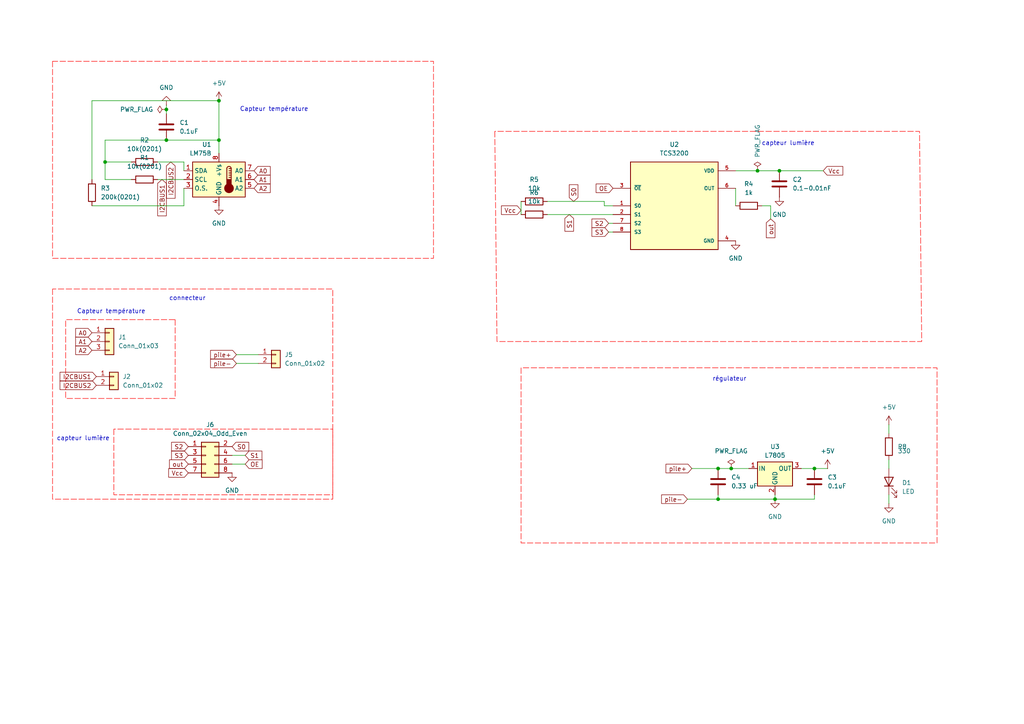
<source format=kicad_sch>
(kicad_sch (version 20250114) (generator "eeschema") (generator_version "9.0")
  (paper "A4")
  (lib_symbols
    (symbol "Connector_Generic:Conn_01x02" (pin_names (offset 1.016) (hide yes))
      (property "Reference" "J" (at 0 2.54 0))
      (property "Value" "Conn_01x02" (at 0 -5.08 0))
      (symbol "Conn_01x02_1_1"
        (rectangle (start -1.27 1.27) (end 1.27 -3.81) (stroke (width 0.254)) (fill (type background)))
        (rectangle (start -1.27 0.127) (end 0 -0.127) (stroke (width 0.1524)))
        (rectangle (start -1.27 -2.413) (end 0 -2.667) (stroke (width 0.1524)))
        (pin passive line (at -5.08 0 0) (length 3.81) (name "Pin_1") (number "1"))
        (pin passive line (at -5.08 -2.54 0) (length 3.81) (name "Pin_2") (number "2"))
      )
    )
    (symbol "Connector_Generic:Conn_01x03" (pin_names (offset 1.016) (hide yes))
      (property "Reference" "J" (at 0 5.08 0))
      (property "Value" "Conn_01x03" (at 0 -5.08 0))
      (symbol "Conn_01x03_1_1"
        (rectangle (start -1.27 3.81) (end 1.27 -3.81) (stroke (width 0.254)) (fill (type background)))
        (rectangle (start -1.27 2.667) (end 0 2.413) (stroke (width 0.1524)))
        (rectangle (start -1.27 0.127) (end 0 -0.127) (stroke (width 0.1524)))
        (rectangle (start -1.27 -2.413) (end 0 -2.667) (stroke (width 0.1524)))
        (pin passive line (at -5.08 2.54 0) (length 3.81) (name "Pin_1") (number "1"))
        (pin passive line (at -5.08 0 0) (length 3.81) (name "Pin_2") (number "2"))
        (pin passive line (at -5.08 -2.54 0) (length 3.81) (name "Pin_3") (number "3"))
      )
    )
    (symbol "Connector_Generic:Conn_02x04_Odd_Even" (pin_names (offset 1.016) (hide yes))
      (property "Reference" "J" (at 1.27 5.08 0))
      (property "Value" "Conn_02x04_Odd_Even" (at 1.27 -7.62 0))
      (symbol "Conn_02x04_Odd_Even_1_1"
        (rectangle (start -1.27 3.81) (end 3.81 -6.35) (stroke (width 0.254)) (fill (type background)))
        (rectangle (start -1.27 2.667) (end 0 2.413) (stroke (width 0.1524)))
        (rectangle (start -1.27 0.127) (end 0 -0.127) (stroke (width 0.1524)))
        (rectangle (start -1.27 -2.413) (end 0 -2.667) (stroke (width 0.1524)))
        (rectangle (start -1.27 -4.953) (end 0 -5.207) (stroke (width 0.1524)))
        (rectangle (start 3.81 2.667) (end 2.54 2.413) (stroke (width 0.1524)))
        (rectangle (start 3.81 0.127) (end 2.54 -0.127) (stroke (width 0.1524)))
        (rectangle (start 3.81 -2.413) (end 2.54 -2.667) (stroke (width 0.1524)))
        (rectangle (start 3.81 -4.953) (end 2.54 -5.207) (stroke (width 0.1524)))
        (pin passive line (at -5.08 2.54 0) (length 3.81) (name "Pin_1") (number "1"))
        (pin passive line (at -5.08 0 0) (length 3.81) (name "Pin_3") (number "3"))
        (pin passive line (at -5.08 -2.54 0) (length 3.81) (name "Pin_5") (number "5"))
        (pin passive line (at -5.08 -5.08 0) (length 3.81) (name "Pin_7") (number "7"))
        (pin passive line (at 7.62 2.54 180) (length 3.81) (name "Pin_2") (number "2"))
        (pin passive line (at 7.62 0 180) (length 3.81) (name "Pin_4") (number "4"))
        (pin passive line (at 7.62 -2.54 180) (length 3.81) (name "Pin_6") (number "6"))
        (pin passive line (at 7.62 -5.08 180) (length 3.81) (name "Pin_8") (number "8"))
      )
    )
    (symbol "Device:C" (pin_numbers (hide yes)) (pin_names (offset 0.254))
      (property "Reference" "C" (at 0.635 2.54 0))
      (property "Value" "C" (at 0.635 -2.54 0))
      (symbol "C_0_1"
        (polyline (pts (xy -2.032 0.762) (xy 2.032 0.762)) (stroke (width 0.508)))
        (polyline (pts (xy -2.032 -0.762) (xy 2.032 -0.762)) (stroke (width 0.508)))
      )
      (symbol "C_1_1"
        (pin passive line (at 0 3.81 270) (length 2.794) (name "~") (number "1"))
        (pin passive line (at 0 -3.81 90) (length 2.794) (name "~") (number "2"))
      )
    )
    (symbol "Device:LED" (pin_numbers (hide yes)) (pin_names (offset 1.016) (hide yes))
      (property "Reference" "D" (at 0 2.54 0))
      (property "Value" "LED" (at 0 -2.54 0))
      (symbol "LED_0_1"
        (polyline (pts (xy -3.048 -0.762) (xy -4.572 -2.286) (xy -3.81 -2.286) (xy -4.572 -2.286) (xy -4.572 -1.524)))
        (polyline (pts (xy -1.778 -0.762) (xy -3.302 -2.286) (xy -2.54 -2.286) (xy -3.302 -2.286) (xy -3.302 -1.524)))
        (polyline (pts (xy -1.27 0) (xy 1.27 0)))
        (polyline (pts (xy -1.27 -1.27) (xy -1.27 1.27)) (stroke (width 0.254)))
        (polyline (pts (xy 1.27 -1.27) (xy 1.27 1.27) (xy -1.27 0) (xy 1.27 -1.27)) (stroke (width 0.254)))
      )
      (symbol "LED_1_1"
        (pin passive line (at -3.81 0 0) (length 2.54) (name "K") (number "1"))
        (pin passive line (at 3.81 0 180) (length 2.54) (name "A") (number "2"))
      )
    )
    (symbol "Device:R" (pin_numbers (hide yes)) (pin_names (offset 0))
      (property "Reference" "R" (at 2.032 0 90))
      (property "Value" "R" (at 0 0 90))
      (symbol "R_0_1"
        (rectangle (start -1.016 -2.54) (end 1.016 2.54) (stroke (width 0.254)))
      )
      (symbol "R_1_1"
        (pin passive line (at 0 3.81 270) (length 1.27) (name "~") (number "1"))
        (pin passive line (at 0 -3.81 90) (length 1.27) (name "~") (number "2"))
      )
    )
    (symbol "Regulator_Linear:L7805" (pin_names (offset 0.254))
      (property "Reference" "U" (at -3.81 3.175 0))
      (property "Value" "L7805" (at 0 3.175 0))
      (symbol "L7805_0_1"
        (rectangle (start -5.08 1.905) (end 5.08 -5.08) (stroke (width 0.254)) (fill (type background)))
      )
      (symbol "L7805_1_1"
        (pin power_in line (at -7.62 0 0) (length 2.54) (name "IN") (number "1"))
        (pin power_in line (at 0 -7.62 90) (length 2.54) (name "GND") (number "2"))
        (pin power_out line (at 7.62 0 180) (length 2.54) (name "OUT") (number "3"))
      )
    )
    (symbol "Sensor_Temperature:LM75B"
      (property "Reference" "U" (at -6.35 11.43 0))
      (property "Value" "LM75B" (at 0 11.43 0))
      (symbol "LM75B_0_1"
        (rectangle (start -7.62 5.08) (end 7.62 -5.08) (stroke (width 0.254)) (fill (type background)))
        (polyline (pts (xy -3.556 3.175) (xy -3.556 0)) (stroke (width 0.254)))
        (polyline (pts (xy -3.556 3.175) (xy -2.921 3.175)) (stroke (width 0.254)))
        (polyline (pts (xy -3.556 2.54) (xy -2.921 2.54)) (stroke (width 0.254)))
        (polyline (pts (xy -3.556 1.905) (xy -2.921 1.905)) (stroke (width 0.254)))
        (polyline (pts (xy -3.556 1.27) (xy -2.921 1.27)) (stroke (width 0.254)))
        (polyline (pts (xy -3.556 0.635) (xy -2.921 0.635)) (stroke (width 0.254)))
        (rectangle (start -3.556 0) (end -2.286 -1.905) (stroke (width 0.254)) (fill (type outline)))
        (arc (start -3.556 3.175) (mid -2.921 3.8073) (end -2.286 3.175) (stroke (width 0.254)))
        (circle (center -2.921 -2.54) (radius 1.27) (stroke (width 0.254)) (fill (type outline)))
        (polyline (pts (xy -2.286 3.175) (xy -2.286 0)) (stroke (width 0.254)))
      )
      (symbol "LM75B_1_1"
        (pin input line (at -10.16 2.54 0) (length 2.54) (name "A0") (number "7"))
        (pin input line (at -10.16 0 0) (length 2.54) (name "A1") (number "6"))
        (pin input line (at -10.16 -2.54 0) (length 2.54) (name "A2") (number "5"))
        (pin power_in line (at 0 7.62 270) (length 2.54) (name "+Vs") (number "8"))
        (pin power_in line (at 0 -7.62 90) (length 2.54) (name "GND") (number "4"))
        (pin bidirectional line (at 10.16 2.54 180) (length 2.54) (name "SDA") (number "1"))
        (pin input line (at 10.16 0 180) (length 2.54) (name "SCL") (number "2"))
        (pin open_collector line (at 10.16 -2.54 180) (length 2.54) (name "O.S.") (number "3"))
      )
    )
    (symbol "TCS3200:TCS3200" (pin_names (offset 1.016))
      (property "Reference" "U" (at -12.7 13.7 0))
      (property "Value" "TCS3200" (at -12.7 -15.24 0))
      (symbol "TCS3200_0_0"
        (rectangle (start -12.7 -12.7) (end 12.7 12.7) (stroke (width 0.254)) (fill (type background)))
        (pin input line (at -17.78 5.08 0) (length 5.08) (name "~{OE}") (number "3"))
        (pin input line (at -17.78 0 0) (length 5.08) (name "S0") (number "1"))
        (pin input line (at -17.78 -2.54 0) (length 5.08) (name "S1") (number "2"))
        (pin input line (at -17.78 -5.08 0) (length 5.08) (name "S2") (number "7"))
        (pin input line (at -17.78 -7.62 0) (length 5.08) (name "S3") (number "8"))
        (pin power_in line (at 17.78 10.16 180) (length 5.08) (name "VDD") (number "5"))
        (pin output line (at 17.78 5.08 180) (length 5.08) (name "OUT") (number "6"))
        (pin power_in line (at 17.78 -10.16 180) (length 5.08) (name "GND") (number "4"))
      )
    )
    (symbol "power:+5V" (power) (pin_numbers (hide yes)) (pin_names (offset 0) (hide yes))
      (property "Value" "+5V" (at 0 3.556 0))
      (symbol "+5V_0_1"
        (polyline (pts (xy -0.762 1.27) (xy 0 2.54)))
        (polyline (pts (xy 0 2.54) (xy 0.762 1.27)))
        (polyline (pts (xy 0 0) (xy 0 2.54)))
      )
      (symbol "+5V_1_1"
        (pin power_in line (at 0 0 90) (length 0) (name "~") (number "1"))
      )
    )
    (symbol "power:GND" (power) (pin_numbers (hide yes)) (pin_names (offset 0) (hide yes))
      (property "Value" "GND" (at 0 -3.81 0))
      (symbol "GND_0_1"
        (polyline (pts (xy 0 0) (xy 0 -1.27) (xy 1.27 -1.27) (xy 0 -2.54) (xy -1.27 -1.27) (xy 0 -1.27)))
      )
      (symbol "GND_1_1"
        (pin power_in line (at 0 0 270) (length 0) (name "~") (number "1"))
      )
    )
    (symbol "power:PWR_FLAG" (power) (pin_numbers (hide yes)) (pin_names (offset 0) (hide yes))
      (property "Value" "PWR_FLAG" (at 0 3.81 0))
      (symbol "PWR_FLAG_0_0"
        (pin power_out line (at 0 0 90) (length 0) (name "~") (number "1"))
      )
      (symbol "PWR_FLAG_0_1"
        (polyline (pts (xy 0 0) (xy 0 1.27) (xy -1.016 1.905) (xy 0 2.54) (xy 1.016 1.905) (xy 0 1.27)))
      )
    )
  )
  (text "régulateur\n" (at 211.582 109.982 0) (effects (font (size 1.27 1.27))))
  (text "capteur lumière\n" (at 24.13 127.254 0) (effects (font (size 1.27 1.27))))
  (text "capteur lumière\n" (at 228.6 41.656 0) (effects (font (size 1.27 1.27))))
  (text "Capteur température\n" (at 32.258 90.424 0) (effects (font (size 1.27 1.27))))
  (text "connecteur\n" (at 54.356 86.614 0) (effects (font (size 1.27 1.27))))
  (text "Capteur température\n" (at 79.502 31.75 0) (effects (font (size 1.27 1.27))))
  (junction (at 208.28 144.78))
  (junction (at 48.26 31.75))
  (junction (at 219.71 49.53))
  (junction (at 48.26 40.64))
  (junction (at 63.5 29.21))
  (junction (at 30.48 46.99))
  (junction (at 224.79 144.78))
  (junction (at 63.5 40.64))
  (junction (at 236.22 135.89))
  (junction (at 208.28 135.89))
  (junction (at 226.06 49.53))
  (junction (at 212.09 135.89))
  (wire (pts (xy 48.26 30.48) (xy 48.26 31.75)))
  (wire (pts (xy 30.48 46.99) (xy 30.48 40.64)))
  (wire (pts (xy 175.26 59.69) (xy 177.8 59.69)))
  (wire (pts (xy 223.52 59.69) (xy 220.98 59.69)))
  (wire (pts (xy 53.34 59.69) (xy 53.34 54.61)))
  (wire (pts (xy 30.48 40.64) (xy 48.26 40.64)))
  (wire (pts (xy 176.53 64.77) (xy 177.8 64.77)))
  (wire (pts (xy 208.28 135.89) (xy 212.09 135.89)))
  (wire (pts (xy 48.26 31.75) (xy 48.26 33.02)))
  (wire (pts (xy 224.79 144.78) (xy 224.79 143.51)))
  (wire (pts (xy 68.58 105.41) (xy 74.93 105.41)))
  (wire (pts (xy 45.72 52.07) (xy 53.34 52.07)))
  (wire (pts (xy 236.22 143.51) (xy 236.22 144.78)))
  (wire (pts (xy 257.81 146.05) (xy 257.81 143.51)))
  (wire (pts (xy 53.34 46.99) (xy 53.34 49.53)))
  (wire (pts (xy 45.72 46.99) (xy 53.34 46.99)))
  (wire (pts (xy 63.5 29.21) (xy 63.5 40.64)))
  (wire (pts (xy 208.28 143.51) (xy 208.28 144.78)))
  (wire (pts (xy 26.67 29.21) (xy 63.5 29.21)))
  (wire (pts (xy 151.13 58.42) (xy 151.13 62.23)))
  (wire (pts (xy 176.53 67.31) (xy 177.8 67.31)))
  (wire (pts (xy 223.52 63.5) (xy 223.52 59.69)))
  (wire (pts (xy 200.66 135.89) (xy 208.28 135.89)))
  (wire (pts (xy 213.36 59.69) (xy 213.36 54.61)))
  (wire (pts (xy 257.81 133.35) (xy 257.81 135.89)))
  (wire (pts (xy 208.28 144.78) (xy 224.79 144.78)))
  (wire (pts (xy 67.31 134.62) (xy 71.12 134.62)))
  (wire (pts (xy 219.71 49.53) (xy 213.36 49.53)))
  (wire (pts (xy 257.81 123.19) (xy 257.81 125.73)))
  (wire (pts (xy 30.48 52.07) (xy 30.48 46.99)))
  (wire (pts (xy 199.39 144.78) (xy 208.28 144.78)))
  (wire (pts (xy 26.67 59.69) (xy 53.34 59.69)))
  (wire (pts (xy 38.1 52.07) (xy 30.48 52.07)))
  (wire (pts (xy 30.48 46.99) (xy 38.1 46.99)))
  (wire (pts (xy 236.22 144.78) (xy 224.79 144.78)))
  (wire (pts (xy 68.58 102.87) (xy 74.93 102.87)))
  (wire (pts (xy 236.22 135.89) (xy 240.03 135.89)))
  (wire (pts (xy 226.06 49.53) (xy 219.71 49.53)))
  (wire (pts (xy 212.09 135.89) (xy 217.17 135.89)))
  (wire (pts (xy 238.76 49.53) (xy 226.06 49.53)))
  (wire (pts (xy 26.67 52.07) (xy 26.67 29.21)))
  (wire (pts (xy 67.31 132.08) (xy 71.12 132.08)))
  (wire (pts (xy 48.26 40.64) (xy 63.5 40.64)))
  (wire (pts (xy 232.41 135.89) (xy 236.22 135.89)))
  (wire (pts (xy 63.5 40.64) (xy 63.5 44.45)))
  (wire (pts (xy 175.26 58.42) (xy 175.26 59.69)))
  (wire (pts (xy 158.75 62.23) (xy 177.8 62.23)))
  (wire (pts (xy 158.75 58.42) (xy 175.26 58.42)))
  (global_label "S2" (shape input) (at 54.61 129.54 180) (property "Intersheetrefs" "${INTERSHEET_REFS}" (effects (hide yes))))
  (global_label "A1" (shape input) (at 26.67 99.06 180) (property "Intersheetrefs" "${INTERSHEET_REFS}" (effects (hide yes))))
  (global_label "pile+" (shape input) (at 68.58 102.87 180) (property "Intersheetrefs" "${INTERSHEET_REFS}" (effects (hide yes))))
  (global_label "S1" (shape input) (at 165.1 62.23 270) (property "Intersheetrefs" "${INTERSHEET_REFS}" (effects (hide yes))))
  (global_label "S0" (shape input) (at 67.31 129.54 0) (property "Intersheetrefs" "${INTERSHEET_REFS}" (effects (hide yes))))
  (global_label "S3" (shape input) (at 176.53 67.31 180) (property "Intersheetrefs" "${INTERSHEET_REFS}" (effects (hide yes))))
  (global_label "A2" (shape input) (at 26.67 101.6 180) (property "Intersheetrefs" "${INTERSHEET_REFS}" (effects (hide yes))))
  (global_label "Vcc" (shape input) (at 54.61 137.16 180) (property "Intersheetrefs" "${INTERSHEET_REFS}" (effects (hide yes))))
  (global_label "A0" (shape input) (at 73.66 49.53 0) (property "Intersheetrefs" "${INTERSHEET_REFS}" (effects (hide yes))))
  (global_label "S1" (shape input) (at 71.12 132.08 0) (property "Intersheetrefs" "${INTERSHEET_REFS}" (effects (hide yes))))
  (global_label "A0" (shape input) (at 26.67 96.52 180) (property "Intersheetrefs" "${INTERSHEET_REFS}" (effects (hide yes))))
  (global_label "I2CBUS1" (shape input) (at 27.94 109.22 180) (property "Intersheetrefs" "${INTERSHEET_REFS}" (effects (hide yes))))
  (global_label "OE" (shape input) (at 71.12 134.62 0) (property "Intersheetrefs" "${INTERSHEET_REFS}" (effects (hide yes))))
  (global_label "pile-" (shape input) (at 68.58 105.41 180) (property "Intersheetrefs" "${INTERSHEET_REFS}" (effects (hide yes))))
  (global_label "OE" (shape input) (at 177.8 54.61 180) (property "Intersheetrefs" "${INTERSHEET_REFS}" (effects (hide yes))))
  (global_label "S2" (shape input) (at 176.53 64.77 180) (property "Intersheetrefs" "${INTERSHEET_REFS}" (effects (hide yes))))
  (global_label "pile+" (shape input) (at 200.66 135.89 180) (property "Intersheetrefs" "${INTERSHEET_REFS}" (effects (hide yes))))
  (global_label "pile-" (shape input) (at 199.39 144.78 180) (property "Intersheetrefs" "${INTERSHEET_REFS}" (effects (hide yes))))
  (global_label "I2CBUS2" (shape input) (at 27.94 111.76 180) (property "Intersheetrefs" "${INTERSHEET_REFS}" (effects (hide yes))))
  (global_label "out" (shape input) (at 54.61 134.62 180) (property "Intersheetrefs" "${INTERSHEET_REFS}" (effects (hide yes))))
  (global_label "S0" (shape input) (at 166.37 58.42 90) (property "Intersheetrefs" "${INTERSHEET_REFS}" (effects (hide yes))))
  (global_label "I2CBUS1" (shape input) (at 46.99 52.07 270) (property "Intersheetrefs" "${INTERSHEET_REFS}" (effects (hide yes))))
  (global_label "S3" (shape input) (at 54.61 132.08 180) (property "Intersheetrefs" "${INTERSHEET_REFS}" (effects (hide yes))))
  (global_label "Vcc" (shape input) (at 151.13 60.96 180) (property "Intersheetrefs" "${INTERSHEET_REFS}" (effects (hide yes))))
  (global_label "I2CBUS2" (shape input) (at 49.53 46.99 270) (property "Intersheetrefs" "${INTERSHEET_REFS}" (effects (hide yes))))
  (global_label "A2" (shape input) (at 73.66 54.61 0) (property "Intersheetrefs" "${INTERSHEET_REFS}" (effects (hide yes))))
  (global_label "Vcc" (shape input) (at 238.76 49.53 0) (property "Intersheetrefs" "${INTERSHEET_REFS}" (effects (hide yes))))
  (global_label "out" (shape input) (at 223.52 63.5 270) (property "Intersheetrefs" "${INTERSHEET_REFS}" (effects (hide yes))))
  (global_label "A1" (shape input) (at 73.66 52.07 0) (property "Intersheetrefs" "${INTERSHEET_REFS}" (effects (hide yes))))
  (rule_area (polyline (pts (xy 33.02 124.46) (xy 33.02 143.51) (xy 96.52 143.51) (xy 96.52 124.46)) (stroke (width 0) (type dash))))
  (rule_area (polyline (pts (xy 50.8 92.71) (xy 50.8 115.57) (xy 19.05 115.57) (xy 19.05 92.71)) (stroke (width 0) (type dash))))
  (rule_area (polyline (pts (xy 15.24 83.82) (xy 15.24 144.78) (xy 96.52 144.78) (xy 96.52 83.82)) (stroke (width 0) (type dash))))
  (rule_area (polyline (pts (xy 15.24 17.78) (xy 15.24 74.93) (xy 124.46 74.93) (xy 125.73 74.93) (xy 125.73 17.78)) (stroke (width 0) (type dash))))
  (rule_area (polyline (pts (xy 151.13 106.68) (xy 151.13 157.48) (xy 271.78 157.48) (xy 271.78 106.68)) (stroke (width 0) (type dash))))
  (rule_area (polyline (pts (xy 143.51 38.1) (xy 144.145 99.06) (xy 267.335 99.06) (xy 266.7 38.1)) (stroke (width 0) (type dash))))
  (symbol (lib_id "Device:C") (at 48.26 36.83 0) (unit 1)
    (property "Reference" "C1" (at 52.07 35.5599 0) (effects (justify left)))
    (property "Value" "0.1uF" (at 52.07 38.0999 0) (effects (justify left)))
    (property "Footprint" "Capacitor_SMD:C_1206_3216Metric_Pad1.33x1.80mm_HandSolder" (effects (hide yes)))
    (property "Description" "Unpolarized capacitor" (effects (hide yes)))
  )
  (symbol (lib_id "Device:R") (at 41.91 52.07 90) (unit 1)
    (property "Reference" "R1" (at 41.91 45.72 90))
    (property "Value" "10k(0201)" (at 41.91 48.26 90))
    (property "Footprint" "Resistor_SMD:R_1206_3216Metric_Pad1.30x1.75mm_HandSolder" (effects (hide yes)))
    (property "Description" "Resistor" (effects (hide yes)))
  )
  (symbol (lib_id "Device:R") (at 154.94 58.42 90) (unit 1)
    (property "Reference" "R5" (at 154.94 52.07 90))
    (property "Value" "10k" (at 154.94 54.61 90))
    (property "Footprint" "Resistor_SMD:R_1206_3216Metric_Pad1.30x1.75mm_HandSolder" (effects (hide yes)))
    (property "Description" "Resistor" (effects (hide yes)))
  )
  (symbol (lib_id "power:GND") (at 48.26 30.48 180) (unit 1)
    (property "Reference" "#PWR01" (effects (hide yes)))
    (property "Value" "GND" (at 48.26 25.4 0))
    (property "Description" "Power symbol creates a global label with name \"GND\" , ground" (effects (hide yes)))
  )
  (symbol (lib_id "Connector_Generic:Conn_01x02") (at 33.02 109.22 0) (unit 1)
    (property "Reference" "J2" (at 35.56 109.2199 0) (effects (justify left)))
    (property "Value" "Conn_01x02" (at 35.56 111.7599 0) (effects (justify left)))
    (property "Footprint" "Connector_PinSocket_1.27mm:PinSocket_1x02_P1.27mm_Vertical" (effects (hide yes)))
    (property "Description" "Generic connector, single row, 01x02, script generated (kicad-library-utils/schlib/autogen/connector/)" (effects (hide yes)))
  )
  (symbol (lib_id "Device:R") (at 41.91 46.99 90) (unit 1)
    (property "Reference" "R2" (at 41.91 40.64 90))
    (property "Value" "10k(0201)" (at 41.91 43.18 90))
    (property "Footprint" "Resistor_SMD:R_1206_3216Metric_Pad1.30x1.75mm_HandSolder" (effects (hide yes)))
    (property "Description" "Resistor" (effects (hide yes)))
  )
  (symbol (lib_id "power:PWR_FLAG") (at 219.71 49.53 0) (mirror y) (unit 1)
    (property "Reference" "#FLG03" (effects (hide yes)))
    (property "Value" "PWR_FLAG" (at 219.7099 45.72 90) (effects (justify left)))
    (property "Description" "Special symbol for telling ERC where power comes from" (effects (hide yes)))
  )
  (symbol (lib_id "Connector_Generic:Conn_01x02") (at 80.01 102.87 0) (unit 1)
    (property "Reference" "J5" (at 82.55 102.8699 0) (effects (justify left)))
    (property "Value" "Conn_01x02" (at 82.55 105.4099 0) (effects (justify left)))
    (property "Footprint" "Connector_PinSocket_1.27mm:PinSocket_1x02_P1.27mm_Vertical" (effects (hide yes)))
    (property "Description" "Generic connector, single row, 01x02, script generated (kicad-library-utils/schlib/autogen/connector/)" (effects (hide yes)))
  )
  (symbol (lib_id "Device:R") (at 217.17 59.69 90) (unit 1)
    (property "Reference" "R4" (at 217.17 53.34 90))
    (property "Value" "1k" (at 217.17 55.88 90))
    (property "Footprint" "Resistor_SMD:R_1206_3216Metric_Pad1.30x1.75mm_HandSolder" (effects (hide yes)))
    (property "Description" "Resistor" (effects (hide yes)))
  )
  (symbol (lib_id "Connector_Generic:Conn_01x03") (at 31.75 99.06 0) (unit 1)
    (property "Reference" "J1" (at 34.29 97.7899 0) (effects (justify left)))
    (property "Value" "Conn_01x03" (at 34.29 100.3299 0) (effects (justify left)))
    (property "Footprint" "Connector_PinSocket_1.27mm:PinSocket_1x03_P1.27mm_Vertical" (effects (hide yes)))
    (property "Description" "Generic connector, single row, 01x03, script generated (kicad-library-utils/schlib/autogen/connector/)" (effects (hide yes)))
  )
  (symbol (lib_id "power:PWR_FLAG") (at 212.09 135.89 0) (unit 1)
    (property "Reference" "#FLG01" (effects (hide yes)))
    (property "Value" "PWR_FLAG" (at 212.09 130.81 0))
    (property "Description" "Special symbol for telling ERC where power comes from" (effects (hide yes)))
  )
  (symbol (lib_id "power:GND") (at 213.36 69.85 0) (unit 1)
    (property "Reference" "#PWR06" (effects (hide yes)))
    (property "Value" "GND" (at 213.36 74.93 0))
    (property "Description" "Power symbol creates a global label with name \"GND\" , ground" (effects (hide yes)))
  )
  (symbol (lib_id "power:GND") (at 257.81 146.05 0) (unit 1)
    (property "Reference" "#PWR010" (effects (hide yes)))
    (property "Value" "GND" (at 257.81 151.13 0))
    (property "Description" "Power symbol creates a global label with name \"GND\" , ground" (effects (hide yes)))
  )
  (symbol (lib_id "Connector_Generic:Conn_02x04_Odd_Even") (at 59.69 132.08 0) (unit 1)
    (property "Reference" "J6" (at 60.96 123.19 0))
    (property "Value" "Conn_02x04_Odd_Even" (at 60.96 125.73 0))
    (property "Footprint" "Connector_PinSocket_1.27mm:PinSocket_2x04_P1.27mm_Vertical_SMD" (effects (hide yes)))
    (property "Description" "Generic connector, double row, 02x04, odd/even pin numbering scheme (row 1 odd numbers, row 2 even numbers), script generated (kicad-library-utils/schlib/autogen/connector/)" (effects (hide yes)))
  )
  (symbol (lib_id "Device:LED") (at 257.81 139.7 90) (unit 1)
    (property "Reference" "D1" (at 261.62 140.0174 90) (effects (justify right)))
    (property "Value" "LED" (at 261.62 142.5574 90) (effects (justify right)))
    (property "Footprint" "Resistor_SMD:R_1206_3216Metric_Pad1.30x1.75mm_HandSolder" (effects (hide yes)))
    (property "Description" "Light emitting diode" (effects (hide yes)))
    (property "Sim.Pins" "1=K 2=A" (effects (hide yes)))
  )
  (symbol (lib_id "power:+5V") (at 240.03 135.89 0) (unit 1)
    (property "Reference" "#PWR09" (effects (hide yes)))
    (property "Value" "+5V" (at 240.03 130.81 0))
    (property "Description" "Power symbol creates a global label with name \"+5V\"" (effects (hide yes)))
  )
  (symbol (lib_id "TCS3200:TCS3200") (at 195.58 59.69 0) (unit 1)
    (property "Reference" "U2" (at 195.58 41.91 0))
    (property "Value" "TCS3200" (at 195.58 44.45 0))
    (property "Footprint" "TCS3200:SOIC127P600X175-8N" (effects (hide yes)))
    (property "MF" "ams" (effects (hide yes)))
    (property "Description_1" "Light to Frequency Ambient Light Sensor Digital 5V 8-Pin SOIC T/R" (effects (hide yes)))
    (property "Package" "SOIC-8 ams" (effects (hide yes)))
    (property "Price" "None" (effects (hide yes)))
    (property "SnapEDA_Link" "https://www.snapeda.com/parts/TCS3200/ams/view-part/?ref=snap" (effects (hide yes)))
    (property "MP" "TCS3200" (effects (hide yes)))
    (property "Availability" "Not in stock" (effects (hide yes)))
    (property "Check_prices" "https://www.snapeda.com/parts/TCS3200/ams/view-part/?ref=eda" (effects (hide yes)))
  )
  (symbol (lib_id "Device:R") (at 257.81 129.54 180) (unit 1)
    (property "Reference" "R8" (at 260.35 129.5399 0) (effects (justify right)))
    (property "Value" "330" (at 260.35 130.8099 0) (effects (justify right)))
    (property "Footprint" "Resistor_SMD:R_1206_3216Metric_Pad1.30x1.75mm_HandSolder" (effects (hide yes)))
    (property "Description" "Resistor" (effects (hide yes)))
  )
  (symbol (lib_id "Device:C") (at 226.06 53.34 0) (unit 1)
    (property "Reference" "C2" (at 229.87 52.0699 0) (effects (justify left)))
    (property "Value" "0.1-0.01nF" (at 229.87 54.6099 0) (effects (justify left)))
    (property "Footprint" "Capacitor_SMD:C_1206_3216Metric_Pad1.33x1.80mm_HandSolder" (effects (hide yes)))
    (property "Description" "Unpolarized capacitor" (effects (hide yes)))
  )
  (symbol (lib_id "Device:R") (at 154.94 62.23 90) (unit 1)
    (property "Reference" "R6" (at 154.94 55.88 90))
    (property "Value" "10k" (at 154.94 58.42 90))
    (property "Footprint" "Resistor_SMD:R_1206_3216Metric_Pad1.30x1.75mm_HandSolder" (effects (hide yes)))
    (property "Description" "Resistor" (effects (hide yes)))
  )
  (symbol (lib_id "Sensor_Temperature:LM75B") (at 63.5 52.07 0) (mirror y) (unit 1)
    (property "Reference" "U1" (at 61.3567 41.91 0) (effects (justify left)))
    (property "Value" "LM75B" (at 61.3567 44.45 0) (effects (justify left)))
    (property "Footprint" "capteurtemp:capteur LM75B" (effects (hide yes)))
    (property "Datasheet" "http://www.ti.com/lit/ds/symlink/lm75b.pdf" (effects (hide yes)))
    (property "Description" "Digital Temperature Sensor & Thermal Watchdog with LP on I2C and bus fault timeout, SOIC-8 and VSSOP-8" (effects (hide yes)))
  )
  (symbol (lib_id "Device:C") (at 208.28 139.7 0) (unit 1)
    (property "Reference" "C4" (at 212.09 138.4299 0) (effects (justify left)))
    (property "Value" "0.33 uF" (at 212.09 140.9699 0) (effects (justify left)))
    (property "Footprint" "Capacitor_SMD:C_1206_3216Metric_Pad1.33x1.80mm_HandSolder" (effects (hide yes)))
    (property "Description" "Unpolarized capacitor" (effects (hide yes)))
  )
  (symbol (lib_id "power:+5V") (at 257.81 123.19 0) (unit 1)
    (property "Reference" "#PWR07" (effects (hide yes)))
    (property "Value" "+5V" (at 257.81 118.11 0))
    (property "Description" "Power symbol creates a global label with name \"+5V\"" (effects (hide yes)))
  )
  (symbol (lib_id "power:PWR_FLAG") (at 48.26 31.75 90) (unit 1)
    (property "Reference" "#FLG02" (effects (hide yes)))
    (property "Value" "PWR_FLAG" (at 44.45 31.7499 90) (effects (justify left)))
    (property "Description" "Special symbol for telling ERC where power comes from" (effects (hide yes)))
  )
  (symbol (lib_id "power:GND") (at 67.31 137.16 0) (unit 1)
    (property "Reference" "#PWR011" (effects (hide yes)))
    (property "Value" "GND" (at 67.31 142.24 0))
    (property "Description" "Power symbol creates a global label with name \"GND\" , ground" (effects (hide yes)))
  )
  (symbol (lib_id "Device:C") (at 236.22 139.7 0) (unit 1)
    (property "Reference" "C3" (at 240.03 138.4299 0) (effects (justify left)))
    (property "Value" "0.1uF" (at 240.03 140.9699 0) (effects (justify left)))
    (property "Footprint" "Capacitor_SMD:C_1206_3216Metric_Pad1.33x1.80mm_HandSolder" (effects (hide yes)))
    (property "Description" "Unpolarized capacitor" (effects (hide yes)))
  )
  (symbol (lib_id "power:GND") (at 226.06 57.15 0) (unit 1)
    (property "Reference" "#PWR05" (effects (hide yes)))
    (property "Value" "GND" (at 226.06 62.23 0))
    (property "Description" "Power symbol creates a global label with name \"GND\" , ground" (effects (hide yes)))
  )
  (symbol (lib_id "Regulator_Linear:L7805") (at 224.79 135.89 0) (unit 1)
    (property "Reference" "U3" (at 224.79 129.54 0))
    (property "Value" "L7805" (at 224.79 132.08 0))
    (property "Footprint" "Transistor:L780(" (effects (hide yes)))
    (property "Datasheet" "http://www.st.com/content/ccc/resource/technical/document/datasheet/41/4f/b3/b0/12/d4/47/88/CD00000444.pdf/files/CD00000444.pdf/jcr:content/translations/en.CD00000444.pdf" (effects (hide yes)))
    (property "Description" "Positive 1.5A 35V Linear Regulator, Fixed Output 5V, TO-220/TO-263/TO-252" (effects (hide yes)))
  )
  (symbol (lib_id "power:GND") (at 224.79 144.78 0) (unit 1)
    (property "Reference" "#PWR02" (effects (hide yes)))
    (property "Value" "GND" (at 224.79 149.86 0))
    (property "Description" "Power symbol creates a global label with name \"GND\" , ground" (effects (hide yes)))
  )
  (symbol (lib_id "Device:R") (at 26.67 55.88 0) (unit 1)
    (property "Reference" "R3" (at 29.21 54.6099 0) (effects (justify left)))
    (property "Value" "200k(0201)" (at 29.21 57.1499 0) (effects (justify left)))
    (property "Footprint" "Resistor_SMD:R_1206_3216Metric_Pad1.30x1.75mm_HandSolder" (effects (hide yes)))
    (property "Description" "Resistor" (effects (hide yes)))
  )
  (symbol (lib_id "power:+5V") (at 63.5 29.21 0) (unit 1)
    (property "Reference" "#PWR04" (effects (hide yes)))
    (property "Value" "+5V" (at 63.5 24.13 0))
    (property "Description" "Power symbol creates a global label with name \"+5V\"" (effects (hide yes)))
  )
  (symbol (lib_id "power:GND") (at 63.5 59.69 0) (unit 1)
    (property "Reference" "#PWR03" (effects (hide yes)))
    (property "Value" "GND" (at 63.5 64.77 0))
    (property "Description" "Power symbol creates a global label with name \"GND\" , ground" (effects (hide yes)))
  )
)
</source>
